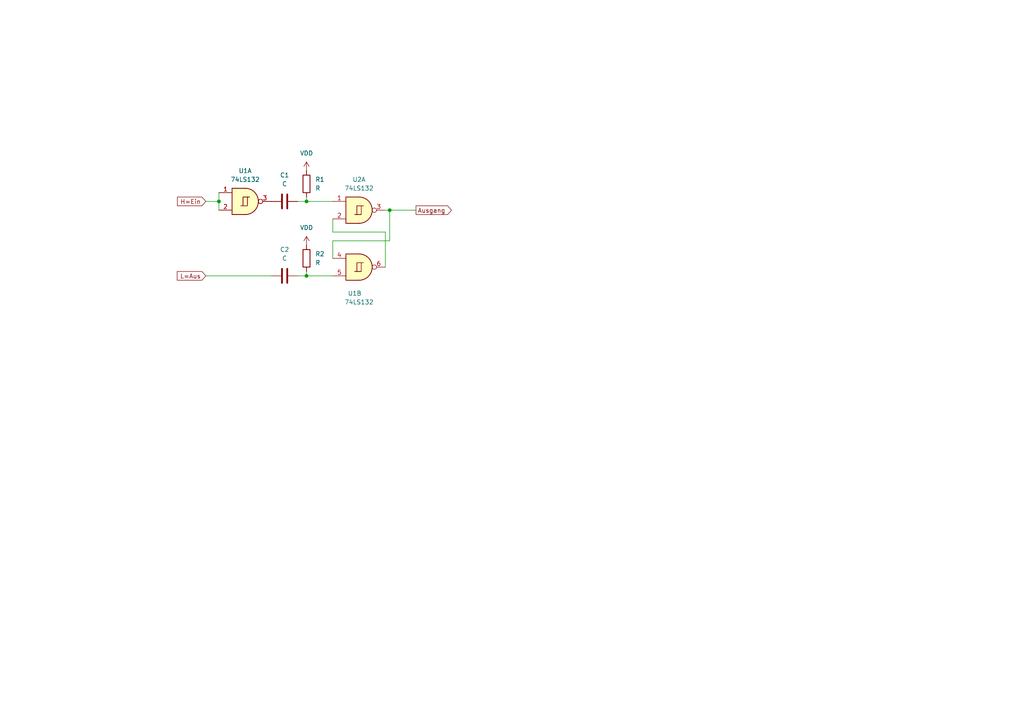
<source format=kicad_sch>
(kicad_sch (version 20211123) (generator eeschema)
  (paper "A4")
  (lib_symbols
    (symbol "74xx:74LS132" (pin_names (offset 1.016))
      (property "Reference" "U" (at 0 1.27 0))
      (property "Value" "74LS132" (at 0 -1.27 0))
      (symbol "74LS132_1_0"
        (polyline (pts (xy -0.635 -1.27) (xy -0.635 1.27) (xy 0.635 1.27)))
        (polyline (pts (xy -0.635 -1.27) (xy -0.635 1.27) (xy 0.635 1.27)))
        (polyline (pts (xy -1.27 -1.27) (xy 0.635 -1.27) (xy 0.635 1.27) (xy 1.27 1.27)))
        (polyline (pts (xy -1.27 -1.27) (xy 0.635 -1.27) (xy 0.635 1.27) (xy 1.27 1.27)))
      )
      (symbol "74LS132_1_1"
        (arc (start 0 -3.81) (mid 3.81 0) (end 0 3.81) (stroke (width 0.254)) (fill (type background)))
        (polyline (pts (xy 0 3.81) (xy -3.81 3.81) (xy -3.81 -3.81) (xy 0 -3.81)) (stroke (width 0.254)) (fill (type background)))
        (pin input line (at -7.62 2.54 0) (length 3.81) (name "~") (number "1"))
        (pin input line (at -7.62 -2.54 0) (length 3.81) (name "~") (number "2"))
        (pin output inverted (at 7.62 0 180) (length 3.81) (name "~") (number "3"))
      )
      (symbol "74LS132_1_2"
        (arc (start -3.81 -3.81) (mid -2.589 0) (end -3.81 3.81) (stroke (width 0.254)))
        (arc (start -0.6096 -3.81) (mid 2.1842 -2.5851) (end 3.81 0) (stroke (width 0.254)) (fill (type background)))
        (polyline (pts (xy -3.81 -3.81) (xy -0.635 -3.81)) (stroke (width 0.254)) (fill (type background)))
        (polyline (pts (xy -3.81 3.81) (xy -0.635 3.81)) (stroke (width 0.254)) (fill (type background)))
        (polyline (pts (xy -0.635 3.81) (xy -3.81 3.81) (xy -3.81 3.81) (xy -3.556 3.4036) (xy -3.0226 2.2606) (xy -2.6924 1.0414) (xy -2.6162 -0.254) (xy -2.7686 -1.4986) (xy -3.175 -2.7178) (xy -3.81 -3.81) (xy -3.81 -3.81) (xy -0.635 -3.81)) (stroke (width -25.4)) (fill (type background)))
        (arc (start 3.81 0) (mid 2.1915 2.5936) (end -0.6096 3.81) (stroke (width 0.254)) (fill (type background)))
        (pin input inverted (at -7.62 2.54 0) (length 4.318) (name "~") (number "1"))
        (pin input inverted (at -7.62 -2.54 0) (length 4.318) (name "~") (number "2"))
        (pin output line (at 7.62 0 180) (length 3.81) (name "~") (number "3"))
      )
      (symbol "74LS132_2_0"
        (polyline (pts (xy -0.635 -1.27) (xy -0.635 1.27) (xy 0.635 1.27)))
        (polyline (pts (xy -0.635 -1.27) (xy -0.635 1.27) (xy 0.635 1.27)))
        (polyline (pts (xy -1.27 -1.27) (xy 0.635 -1.27) (xy 0.635 1.27) (xy 1.27 1.27)))
        (polyline (pts (xy -1.27 -1.27) (xy 0.635 -1.27) (xy 0.635 1.27) (xy 1.27 1.27)))
      )
      (symbol "74LS132_2_1"
        (arc (start 0 -3.81) (mid 3.81 0) (end 0 3.81) (stroke (width 0.254)) (fill (type background)))
        (polyline (pts (xy 0 3.81) (xy -3.81 3.81) (xy -3.81 -3.81) (xy 0 -3.81)) (stroke (width 0.254)) (fill (type background)))
        (pin input line (at -7.62 2.54 0) (length 3.81) (name "~") (number "4"))
        (pin input line (at -7.62 -2.54 0) (length 3.81) (name "~") (number "5"))
        (pin output inverted (at 7.62 0 180) (length 3.81) (name "~") (number "6"))
      )
      (symbol "74LS132_2_2"
        (arc (start -3.81 -3.81) (mid -2.589 0) (end -3.81 3.81) (stroke (width 0.254)))
        (arc (start -0.6096 -3.81) (mid 2.1842 -2.5851) (end 3.81 0) (stroke (width 0.254)) (fill (type background)))
        (polyline (pts (xy -3.81 -3.81) (xy -0.635 -3.81)) (stroke (width 0.254)) (fill (type background)))
        (polyline (pts (xy -3.81 3.81) (xy -0.635 3.81)) (stroke (width 0.254)) (fill (type background)))
        (polyline (pts (xy -0.635 3.81) (xy -3.81 3.81) (xy -3.81 3.81) (xy -3.556 3.4036) (xy -3.0226 2.2606) (xy -2.6924 1.0414) (xy -2.6162 -0.254) (xy -2.7686 -1.4986) (xy -3.175 -2.7178) (xy -3.81 -3.81) (xy -3.81 -3.81) (xy -0.635 -3.81)) (stroke (width -25.4)) (fill (type background)))
        (arc (start 3.81 0) (mid 2.1915 2.5936) (end -0.6096 3.81) (stroke (width 0.254)) (fill (type background)))
        (pin input inverted (at -7.62 2.54 0) (length 4.318) (name "~") (number "4"))
        (pin input inverted (at -7.62 -2.54 0) (length 4.318) (name "~") (number "5"))
        (pin output line (at 7.62 0 180) (length 3.81) (name "~") (number "6"))
      )
      (symbol "74LS132_3_0"
        (polyline (pts (xy -0.635 -1.27) (xy -0.635 1.27) (xy 0.635 1.27)))
        (polyline (pts (xy -0.635 -1.27) (xy -0.635 1.27) (xy 0.635 1.27)))
        (polyline (pts (xy -1.27 -1.27) (xy 0.635 -1.27) (xy 0.635 1.27) (xy 1.27 1.27)))
        (polyline (pts (xy -1.27 -1.27) (xy 0.635 -1.27) (xy 0.635 1.27) (xy 1.27 1.27)))
      )
      (symbol "74LS132_3_1"
        (arc (start 0 -3.81) (mid 3.81 0) (end 0 3.81) (stroke (width 0.254)) (fill (type background)))
        (polyline (pts (xy 0 3.81) (xy -3.81 3.81) (xy -3.81 -3.81) (xy 0 -3.81)) (stroke (width 0.254)) (fill (type background)))
        (pin input line (at -7.62 -2.54 0) (length 3.81) (name "~") (number "10"))
        (pin output inverted (at 7.62 0 180) (length 3.81) (name "~") (number "8"))
        (pin input line (at -7.62 2.54 0) (length 3.81) (name "~") (number "9"))
      )
      (symbol "74LS132_3_2"
        (arc (start -3.81 -3.81) (mid -2.589 0) (end -3.81 3.81) (stroke (width 0.254)))
        (arc (start -0.6096 -3.81) (mid 2.1842 -2.5851) (end 3.81 0) (stroke (width 0.254)) (fill (type background)))
        (polyline (pts (xy -3.81 -3.81) (xy -0.635 -3.81)) (stroke (width 0.254)) (fill (type background)))
        (polyline (pts (xy -3.81 3.81) (xy -0.635 3.81)) (stroke (width 0.254)) (fill (type background)))
        (polyline (pts (xy -0.635 3.81) (xy -3.81 3.81) (xy -3.81 3.81) (xy -3.556 3.4036) (xy -3.0226 2.2606) (xy -2.6924 1.0414) (xy -2.6162 -0.254) (xy -2.7686 -1.4986) (xy -3.175 -2.7178) (xy -3.81 -3.81) (xy -3.81 -3.81) (xy -0.635 -3.81)) (stroke (width -25.4)) (fill (type background)))
        (arc (start 3.81 0) (mid 2.1915 2.5936) (end -0.6096 3.81) (stroke (width 0.254)) (fill (type background)))
        (pin input inverted (at -7.62 -2.54 0) (length 4.318) (name "~") (number "10"))
        (pin output line (at 7.62 0 180) (length 3.81) (name "~") (number "8"))
        (pin input inverted (at -7.62 2.54 0) (length 4.318) (name "~") (number "9"))
      )
      (symbol "74LS132_4_0"
        (polyline (pts (xy -0.635 -1.27) (xy -0.635 1.27) (xy 0.635 1.27)))
        (polyline (pts (xy -0.635 -1.27) (xy -0.635 1.27) (xy 0.635 1.27)))
        (polyline (pts (xy -1.27 -1.27) (xy 0.635 -1.27) (xy 0.635 1.27) (xy 1.27 1.27)))
        (polyline (pts (xy -1.27 -1.27) (xy 0.635 -1.27) (xy 0.635 1.27) (xy 1.27 1.27)))
      )
      (symbol "74LS132_4_1"
        (arc (start 0 -3.81) (mid 3.81 0) (end 0 3.81) (stroke (width 0.254)) (fill (type background)))
        (polyline (pts (xy 0 3.81) (xy -3.81 3.81) (xy -3.81 -3.81) (xy 0 -3.81)) (stroke (width 0.254)) (fill (type background)))
        (pin output inverted (at 7.62 0 180) (length 3.81) (name "~") (number "11"))
        (pin input line (at -7.62 2.54 0) (length 3.81) (name "~") (number "12"))
        (pin input line (at -7.62 -2.54 0) (length 3.81) (name "~") (number "13"))
      )
      (symbol "74LS132_4_2"
        (arc (start -3.81 -3.81) (mid -2.589 0) (end -3.81 3.81) (stroke (width 0.254)))
        (arc (start -0.6096 -3.81) (mid 2.1842 -2.5851) (end 3.81 0) (stroke (width 0.254)) (fill (type background)))
        (polyline (pts (xy -3.81 -3.81) (xy -0.635 -3.81)) (stroke (width 0.254)) (fill (type background)))
        (polyline (pts (xy -3.81 3.81) (xy -0.635 3.81)) (stroke (width 0.254)) (fill (type background)))
        (polyline (pts (xy -0.635 3.81) (xy -3.81 3.81) (xy -3.81 3.81) (xy -3.556 3.4036) (xy -3.0226 2.2606) (xy -2.6924 1.0414) (xy -2.6162 -0.254) (xy -2.7686 -1.4986) (xy -3.175 -2.7178) (xy -3.81 -3.81) (xy -3.81 -3.81) (xy -0.635 -3.81)) (stroke (width -25.4)) (fill (type background)))
        (arc (start 3.81 0) (mid 2.1915 2.5936) (end -0.6096 3.81) (stroke (width 0.254)) (fill (type background)))
        (pin output line (at 7.62 0 180) (length 3.81) (name "~") (number "11"))
        (pin input inverted (at -7.62 2.54 0) (length 4.318) (name "~") (number "12"))
        (pin input inverted (at -7.62 -2.54 0) (length 4.318) (name "~") (number "13"))
      )
      (symbol "74LS132_5_0"
        (pin power_in line (at 0 12.7 270) (length 5.08) (name "VCC") (number "14"))
        (pin power_in line (at 0 -12.7 90) (length 5.08) (name "GND") (number "7"))
      )
      (symbol "74LS132_5_1"
        (rectangle (start -5.08 7.62) (end 5.08 -7.62) (stroke (width 0.254)) (fill (type background)))
      )
    )
    (symbol "Device:C" (pin_numbers hide) (pin_names (offset 0.254))
      (property "Reference" "C" (at 0.635 2.54 0))
      (property "Value" "C" (at 0.635 -2.54 0))
      (symbol "C_0_1"
        (polyline (pts (xy -2.032 -0.762) (xy 2.032 -0.762)) (stroke (width 0.508)))
        (polyline (pts (xy -2.032 0.762) (xy 2.032 0.762)) (stroke (width 0.508)))
      )
      (symbol "C_1_1"
        (pin passive line (at 0 3.81 270) (length 2.794) (name "~") (number "1"))
        (pin passive line (at 0 -3.81 90) (length 2.794) (name "~") (number "2"))
      )
    )
    (symbol "Device:R" (pin_numbers hide) (pin_names (offset 0))
      (property "Reference" "R" (at 2.032 0 90))
      (property "Value" "R" (at 0 0 90))
      (symbol "R_0_1"
        (rectangle (start -1.016 -2.54) (end 1.016 2.54) (stroke (width 0.254)))
      )
      (symbol "R_1_1"
        (pin passive line (at 0 3.81 270) (length 1.27) (name "~") (number "1"))
        (pin passive line (at 0 -3.81 90) (length 1.27) (name "~") (number "2"))
      )
    )
    (symbol "power:VDD" (power) (pin_names (offset 0))
      (property "Value" "VDD" (at 0 3.81 0))
      (symbol "VDD_0_1"
        (polyline (pts (xy -0.762 1.27) (xy 0 2.54)))
        (polyline (pts (xy 0 0) (xy 0 2.54)))
        (polyline (pts (xy 0 2.54) (xy 0.762 1.27)))
      )
      (symbol "VDD_1_1"
        (pin power_in line (at 0 0 90) (length 0) hide (name "VDD") (number "1"))
      )
    )
  )
  (junction (at 113.03 60.96))
  (junction (at 88.9 80.01))
  (junction (at 88.9 58.42))
  (junction (at 63.5 58.42))
  (wire (pts (xy 88.9 78.74) (xy 88.9 80.01)))
  (wire (pts (xy 86.36 80.01) (xy 88.9 80.01)))
  (wire (pts (xy 111.76 67.31) (xy 111.76 77.47)))
  (wire (pts (xy 59.69 80.01) (xy 78.74 80.01)))
  (wire (pts (xy 96.52 63.5) (xy 96.52 67.31)))
  (wire (pts (xy 88.9 80.01) (xy 96.52 80.01)))
  (wire (pts (xy 111.76 60.96) (xy 113.03 60.96)))
  (wire (pts (xy 59.69 58.42) (xy 63.5 58.42)))
  (wire (pts (xy 86.36 58.42) (xy 88.9 58.42)))
  (wire (pts (xy 113.03 60.96) (xy 113.03 69.85)))
  (wire (pts (xy 96.52 67.31) (xy 111.76 67.31)))
  (wire (pts (xy 113.03 60.96) (xy 120.65 60.96)))
  (wire (pts (xy 113.03 69.85) (xy 96.52 69.85)))
  (wire (pts (xy 88.9 57.15) (xy 88.9 58.42)))
  (wire (pts (xy 63.5 58.42) (xy 63.5 60.96)))
  (wire (pts (xy 63.5 55.88) (xy 63.5 58.42)))
  (wire (pts (xy 88.9 58.42) (xy 96.52 58.42)))
  (wire (pts (xy 96.52 69.85) (xy 96.52 74.93)))
  (global_label "L=Aus" (shape input) (at 59.69 80.01 180) (property "Referenzen zwischen Schaltplänen" "${INTERSHEET_REFS}" (effects hide)))
  (global_label "Ausgang" (shape output) (at 120.65 60.96 0) (property "Referenzen zwischen Schaltplänen" "${INTERSHEET_REFS}" (effects hide)))
  (global_label "H=Ein" (shape input) (at 59.69 58.42 180) (property "Referenzen zwischen Schaltplänen" "${INTERSHEET_REFS}" (effects hide)))
  (symbol (lib_id "power:VDD") (at 88.9 49.53 0) (unit 1)
    (property "Reference" "#PWR01" (effects hide))
    (property "Value" "VDD" (at 88.9 44.45 0))
  )
  (symbol (lib_id "Device:R") (at 88.9 74.93 0) (unit 1)
    (property "Reference" "R2" (at 91.44 73.6599 0) (effects (justify left)))
    (property "Value" "R" (at 91.44 76.1999 0) (effects (justify left)))
  )
  (symbol (lib_id "Device:C") (at 82.55 58.42 90) (unit 1)
    (property "Reference" "C1" (at 82.55 50.8 90))
    (property "Value" "C" (at 82.55 53.34 90))
  )
  (symbol (lib_id "74xx:74LS132") (at 104.14 60.96 0) (unit 1)
    (property "Reference" "U2" (at 104.14 52.07 0))
    (property "Value" "74LS132" (at 104.14 54.61 0))
    (property "Datasheet" "http://www.ti.com/lit/gpn/sn74LS132" (effects hide))
  )
  (symbol (lib_id "power:VDD") (at 88.9 71.12 0) (unit 1)
    (property "Reference" "#PWR02" (effects hide))
    (property "Value" "VDD" (at 88.9 66.04 0))
  )
  (symbol (lib_id "Device:R") (at 88.9 53.34 0) (unit 1)
    (property "Reference" "R1" (at 91.44 52.0699 0) (effects (justify left)))
    (property "Value" "R" (at 91.44 54.6099 0) (effects (justify left)))
  )
  (symbol (lib_id "Device:C") (at 82.55 80.01 90) (unit 1)
    (property "Reference" "C2" (at 82.55 72.39 90))
    (property "Value" "C" (at 82.55 74.93 90))
  )
  (symbol (lib_id "74xx:74LS132") (at 71.12 58.42 0) (unit 1)
    (property "Reference" "U1" (at 71.12 49.53 0))
    (property "Value" "74LS132" (at 71.12 52.07 0))
    (property "Datasheet" "http://www.ti.com/lit/gpn/sn74LS132" (effects hide))
  )
  (symbol (lib_id "74xx:74LS132") (at 104.14 77.47 0) (unit 2)
    (property "Reference" "U1" (at 102.87 85.09 0))
    (property "Value" "74LS132" (at 104.14 87.63 0))
    (property "Datasheet" "http://www.ti.com/lit/gpn/sn74LS132" (effects hide))
  )
)
</source>
